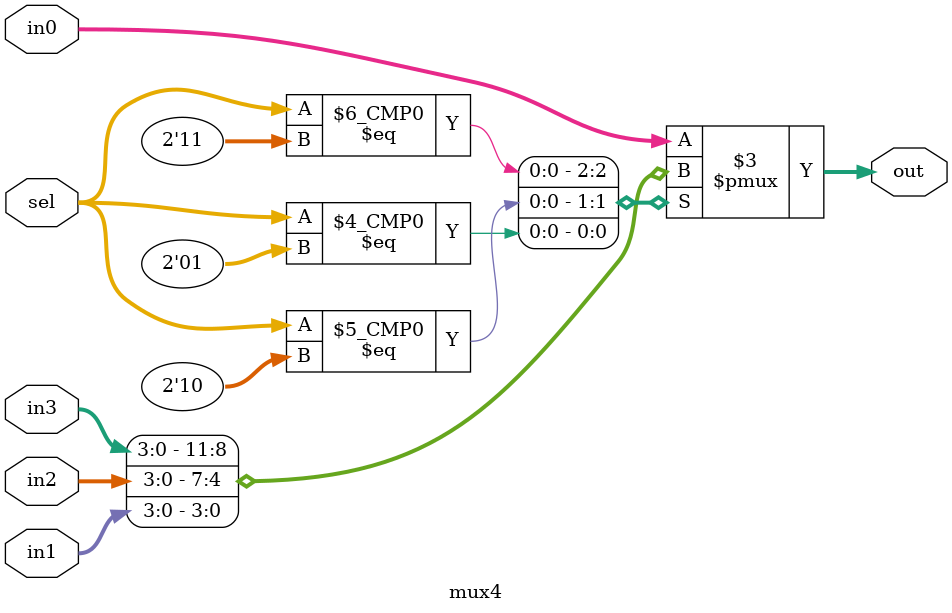
<source format=sv>
`timescale 1ns / 1ps


module mux4
    #(parameter BIT=4)
    (
    input [BIT-1:0] in3, in2, in1, in0,
    input [1:0] sel,
    output reg [BIT-1:0] out
    );
    
    always @*
        case(sel)
            2'b11: out = in3;
            2'b10: out = in2;
            2'b01: out = in1;
            default: out = in0;
        endcase
        
endmodule

</source>
